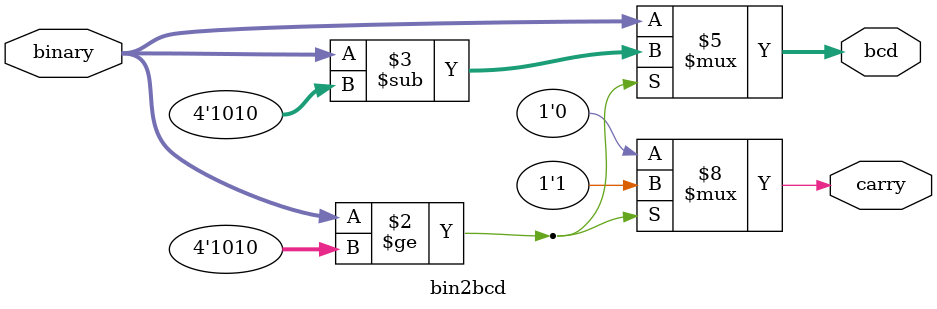
<source format=sv>
module bin2bcd (
  input logic [3:0] binary,
  output logic [3:0] bcd,
  output logic carry
);
  // …
  // Add your description here
  always_comb begin
    if (binary >= 4'd10) begin
      carry = 1'b1;
      bcd   = binary - 4'd10;  
    end else begin
      carry = 1'b0;
      bcd   = binary;          
    end
  end
  // …
endmodule

</source>
